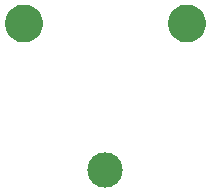
<source format=gbr>
%TF.GenerationSoftware,Altium Limited,Altium Designer,24.10.1 (45)*%
G04 Layer_Color=0*
%FSLAX45Y45*%
%MOMM*%
%TF.SameCoordinates,CCCF952C-884B-4702-A857-54D5FC670F4C*%
%TF.FilePolarity,Positive*%
%TF.FileFunction,NonPlated,1,2,NPTH,Drill*%
%TF.Part,Single*%
G01*
G75*
%TA.AperFunction,ComponentDrill*%
%ADD29C,3.00000*%
G36*
X2539999Y4110000D02*
X2524241Y4110000D01*
X2493329Y4116148D01*
X2464211Y4128209D01*
X2438005Y4145719D01*
X2415719Y4168005D01*
X2398209Y4194211D01*
X2386148Y4223329D01*
X2380000Y4254241D01*
X2380000Y4269999D01*
Y4270000D01*
Y4285758D01*
X2386149Y4316670D01*
X2398210Y4345788D01*
X2415720Y4371993D01*
X2438006Y4394279D01*
X2464211Y4411788D01*
X2493329Y4423849D01*
X2524241Y4429998D01*
X2539999Y4429997D01*
X2555758Y4429998D01*
X2586669Y4423850D01*
X2615788Y4411789D01*
X2641994Y4394280D01*
X2664280Y4371994D01*
X2681790Y4345788D01*
X2693851Y4316670D01*
X2700000Y4285759D01*
X2699999Y4270000D01*
X2700000Y4254241D01*
X2693852Y4223329D01*
X2681791Y4194211D01*
X2664280Y4168005D01*
X2641994Y4145719D01*
X2615788Y4128209D01*
X2586670Y4116148D01*
X2555758Y4110000D01*
X2539999Y4110000D01*
X2539999D01*
D02*
G37*
G36*
X3919999Y4110000D02*
X3904240Y4110000D01*
X3873329Y4116149D01*
X3844210Y4128210D01*
X3818005Y4145720D01*
X3795719Y4168006D01*
X3778209Y4194211D01*
X3766148Y4223329D01*
X3760000Y4254241D01*
X3760000Y4269999D01*
Y4270000D01*
X3760000Y4285758D01*
X3766149Y4316670D01*
X3778210Y4345788D01*
X3795720Y4371993D01*
X3818006Y4394279D01*
X3844211Y4411789D01*
X3873329Y4423850D01*
X3904241Y4429998D01*
X3919999Y4429998D01*
X3935758Y4429999D01*
X3966670Y4423850D01*
X3995788Y4411790D01*
X4021994Y4394280D01*
X4044280Y4371994D01*
X4061790Y4345788D01*
X4073851Y4316670D01*
X4080000Y4285759D01*
X4079999Y4270000D01*
X4080000Y4254241D01*
X4073851Y4223329D01*
X4061790Y4194211D01*
X4044280Y4168005D01*
X4021994Y4145719D01*
X3995788Y4128209D01*
X3966669Y4116148D01*
X3935757Y4110000D01*
X3919999Y4110000D01*
D01*
D02*
G37*
D29*
X3230000Y3032500D02*
D03*
%TF.MD5,517cebfa4f376c37c1bce3f194679a22*%
M02*

</source>
